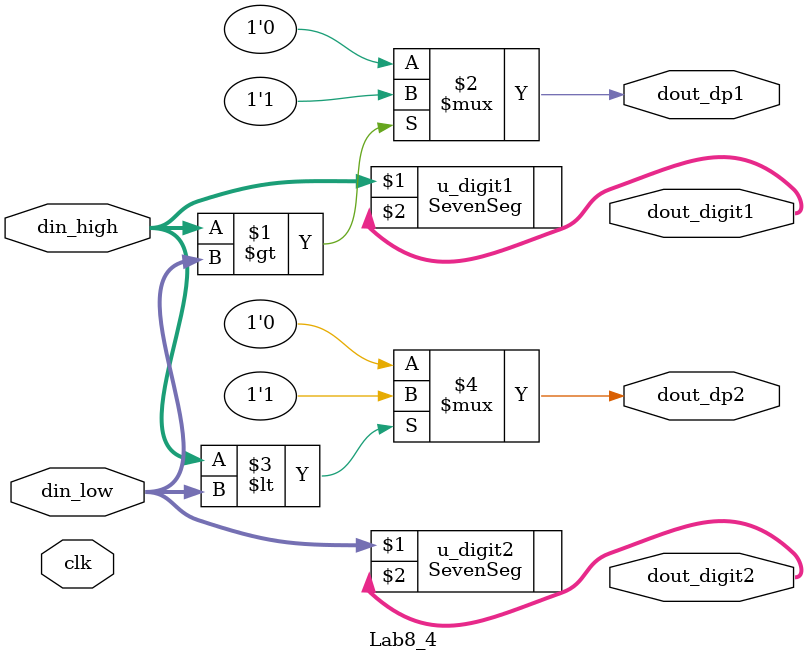
<source format=v>
module Lab8_4 (din_high,din_low,dout_digit1,dout_digit2,dout_dp1,dout_dp2,clk);
    input       clk;
    input [3:0] din_high;
    input [3:0] din_low;
    
    output [6:0] dout_digit1;
    output [6:0] dout_digit2;
    output  dout_dp1;
    output  dout_dp2;

    SevenSeg u_digit1(din_high,dout_digit1);
    SevenSeg u_digit2(din_low,dout_digit2);

    assign dout_dp1 = (din_high > din_low)? 1'b1 : 1'b0;
    assign dout_dp2 = (din_high < din_low)? 1'b1 : 1'b0;
endmodule
</source>
